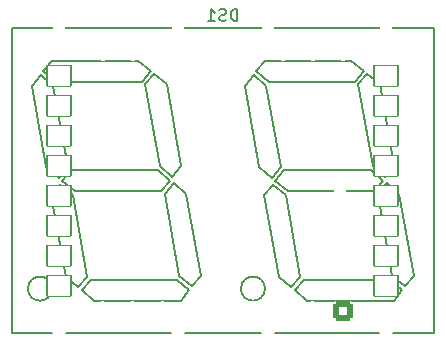
<source format=gbr>
G04 #@! TF.GenerationSoftware,KiCad,Pcbnew,8.0.6*
G04 #@! TF.CreationDate,2025-01-22T10:29:33-05:00*
G04 #@! TF.ProjectId,disp,64697370-2e6b-4696-9361-645f70636258,rev?*
G04 #@! TF.SameCoordinates,Original*
G04 #@! TF.FileFunction,Legend,Bot*
G04 #@! TF.FilePolarity,Positive*
%FSLAX46Y46*%
G04 Gerber Fmt 4.6, Leading zero omitted, Abs format (unit mm)*
G04 Created by KiCad (PCBNEW 8.0.6) date 2025-01-22 10:29:33*
%MOMM*%
%LPD*%
G01*
G04 APERTURE LIST*
G04 Aperture macros list*
%AMRoundRect*
0 Rectangle with rounded corners*
0 $1 Rounding radius*
0 $2 $3 $4 $5 $6 $7 $8 $9 X,Y pos of 4 corners*
0 Add a 4 corners polygon primitive as box body*
4,1,4,$2,$3,$4,$5,$6,$7,$8,$9,$2,$3,0*
0 Add four circle primitives for the rounded corners*
1,1,$1+$1,$2,$3*
1,1,$1+$1,$4,$5*
1,1,$1+$1,$6,$7*
1,1,$1+$1,$8,$9*
0 Add four rect primitives between the rounded corners*
20,1,$1+$1,$2,$3,$4,$5,0*
20,1,$1+$1,$4,$5,$6,$7,0*
20,1,$1+$1,$6,$7,$8,$9,0*
20,1,$1+$1,$8,$9,$2,$3,0*%
G04 Aperture macros list end*
%ADD10C,0.150000*%
%ADD11RoundRect,0.265875X0.584925X0.584925X-0.584925X0.584925X-0.584925X-0.584925X0.584925X-0.584925X0*%
%ADD12C,1.701600*%
%ADD13RoundRect,0.050800X1.016000X0.889000X-1.016000X0.889000X-1.016000X-0.889000X1.016000X-0.889000X0*%
%ADD14RoundRect,0.050800X-1.016000X-0.889000X1.016000X-0.889000X1.016000X0.889000X-1.016000X0.889000X0*%
%ADD15C,1.244600*%
%ADD16C,0.990600*%
G04 APERTURE END LIST*
D10*
X145994285Y-85544819D02*
X145994285Y-84544819D01*
X145994285Y-84544819D02*
X145756190Y-84544819D01*
X145756190Y-84544819D02*
X145613333Y-84592438D01*
X145613333Y-84592438D02*
X145518095Y-84687676D01*
X145518095Y-84687676D02*
X145470476Y-84782914D01*
X145470476Y-84782914D02*
X145422857Y-84973390D01*
X145422857Y-84973390D02*
X145422857Y-85116247D01*
X145422857Y-85116247D02*
X145470476Y-85306723D01*
X145470476Y-85306723D02*
X145518095Y-85401961D01*
X145518095Y-85401961D02*
X145613333Y-85497200D01*
X145613333Y-85497200D02*
X145756190Y-85544819D01*
X145756190Y-85544819D02*
X145994285Y-85544819D01*
X145041904Y-85497200D02*
X144899047Y-85544819D01*
X144899047Y-85544819D02*
X144660952Y-85544819D01*
X144660952Y-85544819D02*
X144565714Y-85497200D01*
X144565714Y-85497200D02*
X144518095Y-85449580D01*
X144518095Y-85449580D02*
X144470476Y-85354342D01*
X144470476Y-85354342D02*
X144470476Y-85259104D01*
X144470476Y-85259104D02*
X144518095Y-85163866D01*
X144518095Y-85163866D02*
X144565714Y-85116247D01*
X144565714Y-85116247D02*
X144660952Y-85068628D01*
X144660952Y-85068628D02*
X144851428Y-85021009D01*
X144851428Y-85021009D02*
X144946666Y-84973390D01*
X144946666Y-84973390D02*
X144994285Y-84925771D01*
X144994285Y-84925771D02*
X145041904Y-84830533D01*
X145041904Y-84830533D02*
X145041904Y-84735295D01*
X145041904Y-84735295D02*
X144994285Y-84640057D01*
X144994285Y-84640057D02*
X144946666Y-84592438D01*
X144946666Y-84592438D02*
X144851428Y-84544819D01*
X144851428Y-84544819D02*
X144613333Y-84544819D01*
X144613333Y-84544819D02*
X144470476Y-84592438D01*
X143518095Y-85544819D02*
X144089523Y-85544819D01*
X143803809Y-85544819D02*
X143803809Y-84544819D01*
X143803809Y-84544819D02*
X143899047Y-84687676D01*
X143899047Y-84687676D02*
X143994285Y-84782914D01*
X143994285Y-84782914D02*
X144089523Y-84830533D01*
X126880000Y-86160000D02*
X162680000Y-86160000D01*
X162680000Y-86160000D02*
X162680000Y-111960000D01*
X159697532Y-100188663D02*
X160917671Y-107108415D01*
X160917671Y-107108415D02*
X160171711Y-107997415D01*
X158917062Y-107442000D02*
X159976531Y-108331000D01*
X158638063Y-99299663D02*
X159697532Y-100188663D01*
X158062804Y-90917663D02*
X159282943Y-97837415D01*
X159976531Y-108331000D02*
X159230571Y-109220000D01*
X160171711Y-107997415D02*
X159112242Y-107108415D01*
X151605919Y-107442000D02*
X158917062Y-107442000D01*
X157892103Y-100188663D02*
X158638063Y-99299663D01*
X159282943Y-97837415D02*
X158536984Y-98726415D01*
X157282335Y-98171000D02*
X158341804Y-99060000D01*
X157003335Y-90028663D02*
X158062804Y-90917663D01*
X159112242Y-107108415D02*
X157892103Y-100188663D01*
X158341804Y-99060000D02*
X157595844Y-99949000D01*
X158536984Y-98726415D02*
X157477515Y-97837415D01*
X149971192Y-98171000D02*
X157282335Y-98171000D01*
X156257376Y-90917663D02*
X157003335Y-90028663D01*
X155647607Y-88900000D02*
X156707076Y-89789000D01*
X157477515Y-97837415D02*
X156257376Y-90917663D01*
X156707076Y-89789000D02*
X155961117Y-90678000D01*
X148336464Y-88900000D02*
X155647607Y-88900000D01*
X159230571Y-109220000D02*
X151919429Y-109220000D01*
X150859960Y-108331000D02*
X151605919Y-107442000D01*
X150089521Y-100282585D02*
X151309660Y-107202337D01*
X151919429Y-109220000D02*
X150859960Y-108331000D01*
X151309660Y-107202337D02*
X150563701Y-108091337D01*
X157595844Y-99949000D02*
X150284701Y-99949000D01*
X149030052Y-99393585D02*
X150089521Y-100282585D01*
X149225232Y-99060000D02*
X149971192Y-98171000D01*
X148454794Y-91011585D02*
X149674933Y-97931337D01*
X150563701Y-108091337D02*
X149504232Y-107202337D01*
X150284701Y-99949000D02*
X149225232Y-99060000D01*
X148284093Y-100282585D02*
X149030052Y-99393585D01*
X149674933Y-97931337D02*
X148928973Y-98820337D01*
X155961117Y-90678000D02*
X148649974Y-90678000D01*
X147395325Y-90122585D02*
X148454794Y-91011585D01*
X147590505Y-89789000D02*
X148336464Y-88900000D01*
X149504232Y-107202337D02*
X148284093Y-100282585D01*
X148928973Y-98820337D02*
X147869504Y-97931337D01*
X148649974Y-90678000D02*
X147590505Y-89789000D01*
X146649365Y-91011585D02*
X147395325Y-90122585D01*
X147869504Y-97931337D02*
X146649365Y-91011585D01*
X141663532Y-100188663D02*
X142883671Y-107108415D01*
X142883671Y-107108415D02*
X142137711Y-107997415D01*
X140883062Y-107442000D02*
X141942531Y-108331000D01*
X140604063Y-99299663D02*
X141663532Y-100188663D01*
X140028804Y-90917663D02*
X141248943Y-97837415D01*
X141942531Y-108331000D02*
X141196571Y-109220000D01*
X142137711Y-107997415D02*
X141078242Y-107108415D01*
X133571919Y-107442000D02*
X140883062Y-107442000D01*
X139858103Y-100188663D02*
X140604063Y-99299663D01*
X141248943Y-97837415D02*
X140502984Y-98726415D01*
X139248335Y-98171000D02*
X140307804Y-99060000D01*
X138969335Y-90028663D02*
X140028804Y-90917663D01*
X141078242Y-107108415D02*
X139858103Y-100188663D01*
X140307804Y-99060000D02*
X139561844Y-99949000D01*
X140502984Y-98726415D02*
X139443515Y-97837415D01*
X131937192Y-98171000D02*
X139248335Y-98171000D01*
X138223376Y-90917663D02*
X138969335Y-90028663D01*
X137613607Y-88900000D02*
X138673076Y-89789000D01*
X139443515Y-97837415D02*
X138223376Y-90917663D01*
X138673076Y-89789000D02*
X137927117Y-90678000D01*
X130302464Y-88900000D02*
X137613607Y-88900000D01*
X141196571Y-109220000D02*
X133885429Y-109220000D01*
X132825960Y-108331000D02*
X133571919Y-107442000D01*
X132055521Y-100282585D02*
X133275660Y-107202337D01*
X133885429Y-109220000D02*
X132825960Y-108331000D01*
X133275660Y-107202337D02*
X132529701Y-108091337D01*
X139561844Y-99949000D02*
X132250701Y-99949000D01*
X130996052Y-99393585D02*
X132055521Y-100282585D01*
X131191232Y-99060000D02*
X131937192Y-98171000D01*
X130420794Y-91011585D02*
X131640933Y-97931337D01*
X132529701Y-108091337D02*
X131470232Y-107202337D01*
X132250701Y-99949000D02*
X131191232Y-99060000D01*
X130250093Y-100282585D02*
X130996052Y-99393585D01*
X131640933Y-97931337D02*
X130894973Y-98820337D01*
X137927117Y-90678000D02*
X130615974Y-90678000D01*
X129361325Y-90122585D02*
X130420794Y-91011585D01*
X129556505Y-89789000D02*
X130302464Y-88900000D01*
X131470232Y-107202337D02*
X130250093Y-100282585D01*
X130894973Y-98820337D02*
X129835504Y-97931337D01*
X130615974Y-90678000D02*
X129556505Y-89789000D01*
X128615365Y-91011585D02*
X129361325Y-90122585D01*
X129835504Y-97931337D02*
X128615365Y-91011585D01*
X126880000Y-111960000D02*
X126880000Y-86160000D01*
X162680000Y-111960000D02*
X126880000Y-111960000D01*
X148336000Y-108204000D02*
G75*
G02*
X146304000Y-108204000I-1016000J0D01*
G01*
X146304000Y-108204000D02*
G75*
G02*
X148336000Y-108204000I1016000J0D01*
G01*
X130302000Y-108204000D02*
G75*
G02*
X128270000Y-108204000I-1016000J0D01*
G01*
X128270000Y-108204000D02*
G75*
G02*
X130302000Y-108204000I1016000J0D01*
G01*
%LPC*%
D11*
X154940000Y-110060000D03*
D12*
X152400000Y-110060000D03*
X149860000Y-110060000D03*
X147320000Y-110060000D03*
X144780000Y-110060000D03*
X142240000Y-110060000D03*
X139700000Y-110060000D03*
X137160000Y-110060000D03*
X134620000Y-110060000D03*
X134620000Y-88060000D03*
X137160000Y-88060000D03*
X139700000Y-88060000D03*
X142240000Y-88060000D03*
X144780000Y-88060000D03*
X147320000Y-88060000D03*
X149860000Y-88060000D03*
X152400000Y-88060000D03*
X154940000Y-88060000D03*
D13*
X158623000Y-107950000D03*
X158623000Y-105410000D03*
X158623000Y-102870000D03*
X158623000Y-100330000D03*
X158623000Y-97790000D03*
X158623000Y-95250000D03*
X158623000Y-92710000D03*
X158623000Y-90170000D03*
D14*
X130937000Y-90170000D03*
X130937000Y-92710000D03*
X130937000Y-95250000D03*
X130937000Y-97790000D03*
X130937000Y-100330000D03*
X130937000Y-102870000D03*
X130937000Y-105410000D03*
X130937000Y-107950000D03*
D15*
X141478000Y-92964000D03*
X148590000Y-86360000D03*
X140970000Y-86360000D03*
X158623000Y-111760000D03*
X130937000Y-86360000D03*
X140970000Y-111760000D03*
X155194000Y-91694000D03*
X147447000Y-103886000D03*
X141478000Y-94234000D03*
X130937000Y-111760000D03*
X148590000Y-111760000D03*
X133223000Y-99060000D03*
X145542000Y-105410000D03*
X158623000Y-86360000D03*
D16*
X143964052Y-98351948D03*
X150876000Y-97536000D03*
X156083000Y-106553000D03*
X145097520Y-107061000D03*
X141732006Y-104648000D03*
X144018000Y-99567998D03*
X138811000Y-100711000D03*
X138176000Y-103378000D03*
X139573000Y-103251000D03*
X149479000Y-102997000D03*
X151130000Y-102362000D03*
X152400000Y-102362000D03*
X155892500Y-104140000D03*
X155575000Y-101346000D03*
X154686000Y-99949000D03*
X144780000Y-95504000D03*
X145796000Y-94742000D03*
%LPD*%
M02*

</source>
